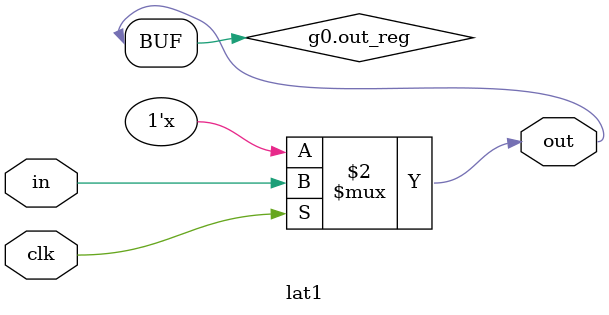
<source format=v>
module lat1 #(parameter DW    = 1         //data width
		 )
   ( input 	     clk, // clk, latch when clk=1
     input [DW-1:0]  in,  // input data
     output [DW-1:0] out  // output data (stable/latched when clk=0)
     );

   generate
	begin : g0
	   reg [DW-1:0] out_reg;	   
	   always @ (clk or in)
	     if (clk)
	       out_reg[DW-1:0] <= in[DW-1:0];
	   assign out[DW-1:0] = out_reg[DW-1:0];	   
	end
   endgenerate
   
endmodule // lat1
</source>
